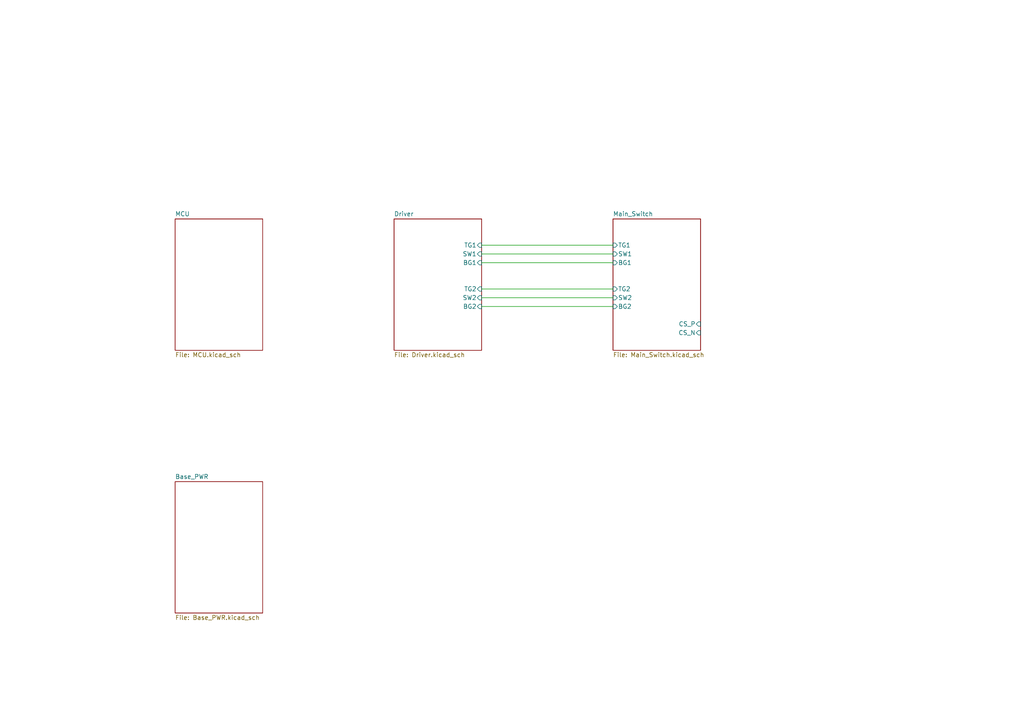
<source format=kicad_sch>
(kicad_sch (version 20211123) (generator eeschema)
  (paper "A4")
  (title_block (title "Digital_BuckBoost") (date "2022-07-01") (rev "1.0.1"))
  (lib_symbols)
  (wire (pts (xy 139.7 76.2) (xy 177.8 76.2)))
  (wire (pts (xy 139.7 83.82) (xy 177.8 83.82)))
  (wire (pts (xy 139.7 73.66) (xy 177.8 73.66)))
  (wire (pts (xy 139.7 88.9) (xy 177.8 88.9)))
  (wire (pts (xy 139.7 86.36) (xy 177.8 86.36)))
  (wire (pts (xy 139.7 71.12) (xy 177.8 71.12)))
  (sheet (at 50.8 63.5) (size 25.4 38.1) (stroke (width 0.1524))
    (property "Sheet name" "MCU" (at 50.8 62.7884 0) (effects (justify left bottom)))
    (property "Sheet file" "MCU.kicad_sch" (at 50.8 102.1846 0) (effects (justify left top)))
  )
  (sheet (at 177.8 63.5) (size 25.4 38.1) (stroke (width 0.1524))
    (property "Sheet name" "Main_Switch" (at 177.8 62.7884 0) (effects (justify left bottom)))
    (property "Sheet file" "Main_Switch.kicad_sch" (at 177.8 102.1846 0) (effects (justify left top)))
    (pin "TG2" input (at 177.8 83.82 180))
    (pin "BG2" input (at 177.8 88.9 180))
    (pin "BG1" input (at 177.8 76.2 180))
    (pin "CS_N" input (at 203.2 96.52 0))
    (pin "TG1" input (at 177.8 71.12 180))
    (pin "CS_P" input (at 203.2 93.98 0))
    (pin "SW2" input (at 177.8 86.36 180))
    (pin "SW1" input (at 177.8 73.66 180))
  )
  (sheet (at 50.8 139.7) (size 25.4 38.1) (stroke (width 0.1524))
    (property "Sheet name" "Base_PWR" (at 50.8 138.9884 0) (effects (justify left bottom)))
    (property "Sheet file" "Base_PWR.kicad_sch" (at 50.8 178.3846 0) (effects (justify left top)))
  )
  (sheet (at 114.3 63.5) (size 25.4 38.1) (stroke (width 0.1524))
    (property "Sheet name" "Driver" (at 114.3 62.7884 0) (effects (justify left bottom)))
    (property "Sheet file" "Driver.kicad_sch" (at 114.3 102.1846 0) (effects (justify left top)))
    (pin "SW1" input (at 139.7 73.66 0))
    (pin "BG1" input (at 139.7 76.2 0))
    (pin "TG1" input (at 139.7 71.12 0))
    (pin "SW2" input (at 139.7 86.36 0))
    (pin "TG2" input (at 139.7 83.82 0))
    (pin "BG2" input (at 139.7 88.9 0))
  )
)
</source>
